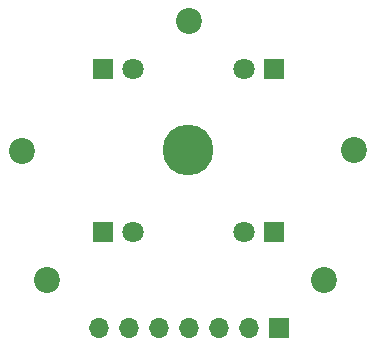
<source format=gbr>
%TF.GenerationSoftware,KiCad,Pcbnew,9.0.1*%
%TF.CreationDate,2025-05-16T16:11:36-04:00*%
%TF.ProjectId,Ir PCB,49722050-4342-42e6-9b69-6361645f7063,rev?*%
%TF.SameCoordinates,Original*%
%TF.FileFunction,Soldermask,Bot*%
%TF.FilePolarity,Negative*%
%FSLAX46Y46*%
G04 Gerber Fmt 4.6, Leading zero omitted, Abs format (unit mm)*
G04 Created by KiCad (PCBNEW 9.0.1) date 2025-05-16 16:11:36*
%MOMM*%
%LPD*%
G01*
G04 APERTURE LIST*
%ADD10R,1.800000X1.800000*%
%ADD11C,1.800000*%
%ADD12C,2.200000*%
%ADD13R,1.700000X1.700000*%
%ADD14O,1.700000X1.700000*%
%ADD15C,4.300000*%
G04 APERTURE END LIST*
D10*
%TO.C,Q4*%
X142790000Y-100070000D03*
D11*
X145330000Y-100070000D03*
%TD*%
D12*
%TO.C,H7*%
X164000000Y-106930000D03*
%TD*%
D13*
%TO.C,J1*%
X157620000Y-122000000D03*
D14*
X155080000Y-122000000D03*
X152540000Y-122000000D03*
X150000000Y-122000000D03*
X147460000Y-122000000D03*
X144920000Y-122000000D03*
X142380000Y-122000000D03*
%TD*%
D12*
%TO.C,H8*%
X161500000Y-118000000D03*
%TD*%
D10*
%TO.C,Q2*%
X157200000Y-113870000D03*
D11*
X154660000Y-113870000D03*
%TD*%
D12*
%TO.C,H4*%
X150000000Y-96000000D03*
%TD*%
D10*
%TO.C,Q5*%
X142780000Y-113870000D03*
D11*
X145320000Y-113870000D03*
%TD*%
D12*
%TO.C,H6*%
X135890000Y-107010000D03*
%TD*%
D10*
%TO.C,Q3*%
X157230000Y-100110000D03*
D11*
X154690000Y-100110000D03*
%TD*%
D12*
%TO.C,H5*%
X138000000Y-118000000D03*
%TD*%
D15*
%TO.C,H2*%
X149990000Y-106950000D03*
%TD*%
M02*

</source>
